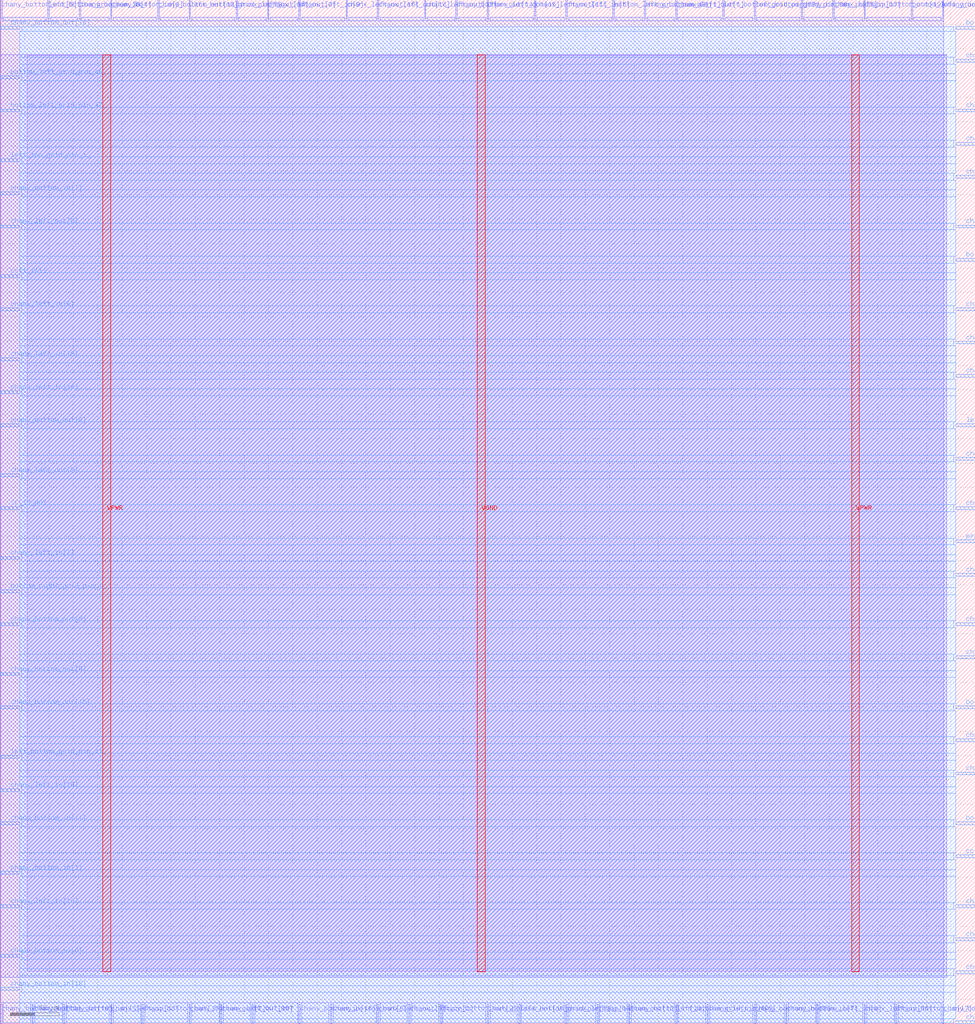
<source format=lef>
VERSION 5.7 ;
  NOWIREEXTENSIONATPIN ON ;
  DIVIDERCHAR "/" ;
  BUSBITCHARS "[]" ;
MACRO sb_2__2_
  CLASS BLOCK ;
  FOREIGN sb_2__2_ ;
  ORIGIN 0.000 0.000 ;
  SIZE 200.000 BY 210.000 ;
  PIN SC_IN_BOT
    DIRECTION INPUT ;
    USE SIGNAL ;
    PORT
      LAYER met3 ;
        RECT 0.000 105.440 4.000 106.040 ;
    END
  END SC_IN_BOT
  PIN SC_OUT_BOT
    DIRECTION OUTPUT TRISTATE ;
    USE SIGNAL ;
    PORT
      LAYER met2 ;
        RECT 51.610 0.000 51.890 4.000 ;
    END
  END SC_OUT_BOT
  PIN VGND
    DIRECTION INOUT ;
    USE GROUND ;
    PORT
      LAYER met4 ;
        RECT 97.840 10.640 99.440 198.800 ;
    END
  END VGND
  PIN VPWR
    DIRECTION INOUT ;
    USE POWER ;
    PORT
      LAYER met4 ;
        RECT 21.040 10.640 22.640 198.800 ;
    END
    PORT
      LAYER met4 ;
        RECT 174.640 10.640 176.240 198.800 ;
    END
  END VPWR
  PIN bottom_left_grid_pin_42_
    DIRECTION INPUT ;
    USE SIGNAL ;
    PORT
      LAYER met3 ;
        RECT 196.000 156.440 200.000 157.040 ;
    END
  END bottom_left_grid_pin_42_
  PIN bottom_left_grid_pin_43_
    DIRECTION INPUT ;
    USE SIGNAL ;
    PORT
      LAYER met3 ;
        RECT 196.000 40.840 200.000 41.440 ;
    END
  END bottom_left_grid_pin_43_
  PIN bottom_left_grid_pin_44_
    DIRECTION INPUT ;
    USE SIGNAL ;
    PORT
      LAYER met3 ;
        RECT 196.000 204.040 200.000 204.640 ;
    END
  END bottom_left_grid_pin_44_
  PIN bottom_left_grid_pin_45_
    DIRECTION INPUT ;
    USE SIGNAL ;
    PORT
      LAYER met3 ;
        RECT 196.000 64.640 200.000 65.240 ;
    END
  END bottom_left_grid_pin_45_
  PIN bottom_left_grid_pin_46_
    DIRECTION INPUT ;
    USE SIGNAL ;
    PORT
      LAYER met3 ;
        RECT 0.000 193.840 4.000 194.440 ;
    END
  END bottom_left_grid_pin_46_
  PIN bottom_left_grid_pin_47_
    DIRECTION INPUT ;
    USE SIGNAL ;
    PORT
      LAYER met3 ;
        RECT 0.000 187.040 4.000 187.640 ;
    END
  END bottom_left_grid_pin_47_
  PIN bottom_left_grid_pin_48_
    DIRECTION INPUT ;
    USE SIGNAL ;
    PORT
      LAYER met2 ;
        RECT 125.670 206.000 125.950 210.000 ;
    END
  END bottom_left_grid_pin_48_
  PIN bottom_left_grid_pin_49_
    DIRECTION INPUT ;
    USE SIGNAL ;
    PORT
      LAYER met2 ;
        RECT 186.850 206.000 187.130 210.000 ;
    END
  END bottom_left_grid_pin_49_
  PIN bottom_right_grid_pin_1_
    DIRECTION INPUT ;
    USE SIGNAL ;
    PORT
      LAYER met3 ;
        RECT 0.000 88.440 4.000 89.040 ;
    END
  END bottom_right_grid_pin_1_
  PIN ccff_head
    DIRECTION INPUT ;
    USE SIGNAL ;
    PORT
      LAYER met3 ;
        RECT 196.000 34.040 200.000 34.640 ;
    END
  END ccff_head
  PIN ccff_tail
    DIRECTION OUTPUT TRISTATE ;
    USE SIGNAL ;
    PORT
      LAYER met3 ;
        RECT 0.000 153.040 4.000 153.640 ;
    END
  END ccff_tail
  PIN chanx_left_in[0]
    DIRECTION INPUT ;
    USE SIGNAL ;
    PORT
      LAYER met2 ;
        RECT 167.530 0.000 167.810 4.000 ;
    END
  END chanx_left_in[0]
  PIN chanx_left_in[10]
    DIRECTION INPUT ;
    USE SIGNAL ;
    PORT
      LAYER met3 ;
        RECT 0.000 23.840 4.000 24.440 ;
    END
  END chanx_left_in[10]
  PIN chanx_left_in[11]
    DIRECTION INPUT ;
    USE SIGNAL ;
    PORT
      LAYER met3 ;
        RECT 196.000 180.240 200.000 180.840 ;
    END
  END chanx_left_in[11]
  PIN chanx_left_in[12]
    DIRECTION INPUT ;
    USE SIGNAL ;
    PORT
      LAYER met2 ;
        RECT 116.010 0.000 116.290 4.000 ;
    END
  END chanx_left_in[12]
  PIN chanx_left_in[13]
    DIRECTION INPUT ;
    USE SIGNAL ;
    PORT
      LAYER met2 ;
        RECT 22.630 0.000 22.910 4.000 ;
    END
  END chanx_left_in[13]
  PIN chanx_left_in[14]
    DIRECTION INPUT ;
    USE SIGNAL ;
    PORT
      LAYER met3 ;
        RECT 0.000 129.240 4.000 129.840 ;
    END
  END chanx_left_in[14]
  PIN chanx_left_in[15]
    DIRECTION INPUT ;
    USE SIGNAL ;
    PORT
      LAYER met2 ;
        RECT 177.190 0.000 177.470 4.000 ;
    END
  END chanx_left_in[15]
  PIN chanx_left_in[16]
    DIRECTION INPUT ;
    USE SIGNAL ;
    PORT
      LAYER met3 ;
        RECT 196.000 197.240 200.000 197.840 ;
    END
  END chanx_left_in[16]
  PIN chanx_left_in[17]
    DIRECTION INPUT ;
    USE SIGNAL ;
    PORT
      LAYER met2 ;
        RECT 170.750 206.000 171.030 210.000 ;
    END
  END chanx_left_in[17]
  PIN chanx_left_in[18]
    DIRECTION INPUT ;
    USE SIGNAL ;
    PORT
      LAYER met3 ;
        RECT 0.000 136.040 4.000 136.640 ;
    END
  END chanx_left_in[18]
  PIN chanx_left_in[19]
    DIRECTION INPUT ;
    USE SIGNAL ;
    PORT
      LAYER met3 ;
        RECT 0.000 47.640 4.000 48.240 ;
    END
  END chanx_left_in[19]
  PIN chanx_left_in[1]
    DIRECTION INPUT ;
    USE SIGNAL ;
    PORT
      LAYER met2 ;
        RECT 83.810 0.000 84.090 4.000 ;
    END
  END chanx_left_in[1]
  PIN chanx_left_in[2]
    DIRECTION INPUT ;
    USE SIGNAL ;
    PORT
      LAYER met3 ;
        RECT 196.000 163.240 200.000 163.840 ;
    END
  END chanx_left_in[2]
  PIN chanx_left_in[3]
    DIRECTION INPUT ;
    USE SIGNAL ;
    PORT
      LAYER met3 ;
        RECT 196.000 105.440 200.000 106.040 ;
    END
  END chanx_left_in[3]
  PIN chanx_left_in[4]
    DIRECTION INPUT ;
    USE SIGNAL ;
    PORT
      LAYER met3 ;
        RECT 196.000 115.640 200.000 116.240 ;
    END
  END chanx_left_in[4]
  PIN chanx_left_in[5]
    DIRECTION INPUT ;
    USE SIGNAL ;
    PORT
      LAYER met2 ;
        RECT 116.010 206.000 116.290 210.000 ;
    END
  END chanx_left_in[5]
  PIN chanx_left_in[6]
    DIRECTION INPUT ;
    USE SIGNAL ;
    PORT
      LAYER met3 ;
        RECT 196.000 139.440 200.000 140.040 ;
    END
  END chanx_left_in[6]
  PIN chanx_left_in[7]
    DIRECTION INPUT ;
    USE SIGNAL ;
    PORT
      LAYER met3 ;
        RECT 0.000 95.240 4.000 95.840 ;
    END
  END chanx_left_in[7]
  PIN chanx_left_in[8]
    DIRECTION INPUT ;
    USE SIGNAL ;
    PORT
      LAYER met3 ;
        RECT 0.000 146.240 4.000 146.840 ;
    END
  END chanx_left_in[8]
  PIN chanx_left_in[9]
    DIRECTION INPUT ;
    USE SIGNAL ;
    PORT
      LAYER met2 ;
        RECT 61.270 206.000 61.550 210.000 ;
    END
  END chanx_left_in[9]
  PIN chanx_left_out[0]
    DIRECTION OUTPUT TRISTATE ;
    USE SIGNAL ;
    PORT
      LAYER met3 ;
        RECT 196.000 187.040 200.000 187.640 ;
    END
  END chanx_left_out[0]
  PIN chanx_left_out[10]
    DIRECTION OUTPUT TRISTATE ;
    USE SIGNAL ;
    PORT
      LAYER met2 ;
        RECT 70.930 206.000 71.210 210.000 ;
    END
  END chanx_left_out[10]
  PIN chanx_left_out[11]
    DIRECTION OUTPUT TRISTATE ;
    USE SIGNAL ;
    PORT
      LAYER met2 ;
        RECT 109.570 206.000 109.850 210.000 ;
    END
  END chanx_left_out[11]
  PIN chanx_left_out[12]
    DIRECTION OUTPUT TRISTATE ;
    USE SIGNAL ;
    PORT
      LAYER met3 ;
        RECT 196.000 74.840 200.000 75.440 ;
    END
  END chanx_left_out[12]
  PIN chanx_left_out[13]
    DIRECTION OUTPUT TRISTATE ;
    USE SIGNAL ;
    PORT
      LAYER met2 ;
        RECT 77.370 206.000 77.650 210.000 ;
    END
  END chanx_left_out[13]
  PIN chanx_left_out[14]
    DIRECTION OUTPUT TRISTATE ;
    USE SIGNAL ;
    PORT
      LAYER met2 ;
        RECT 48.390 206.000 48.670 210.000 ;
    END
  END chanx_left_out[14]
  PIN chanx_left_out[15]
    DIRECTION OUTPUT TRISTATE ;
    USE SIGNAL ;
    PORT
      LAYER met2 ;
        RECT 99.910 206.000 100.190 210.000 ;
    END
  END chanx_left_out[15]
  PIN chanx_left_out[16]
    DIRECTION OUTPUT TRISTATE ;
    USE SIGNAL ;
    PORT
      LAYER met2 ;
        RECT 45.170 0.000 45.450 4.000 ;
    END
  END chanx_left_out[16]
  PIN chanx_left_out[17]
    DIRECTION OUTPUT TRISTATE ;
    USE SIGNAL ;
    PORT
      LAYER met2 ;
        RECT 87.030 206.000 87.310 210.000 ;
    END
  END chanx_left_out[17]
  PIN chanx_left_out[18]
    DIRECTION OUTPUT TRISTATE ;
    USE SIGNAL ;
    PORT
      LAYER met3 ;
        RECT 196.000 0.040 200.000 0.640 ;
    END
  END chanx_left_out[18]
  PIN chanx_left_out[19]
    DIRECTION OUTPUT TRISTATE ;
    USE SIGNAL ;
    PORT
      LAYER met3 ;
        RECT 196.000 91.840 200.000 92.440 ;
    END
  END chanx_left_out[19]
  PIN chanx_left_out[1]
    DIRECTION OUTPUT TRISTATE ;
    USE SIGNAL ;
    PORT
      LAYER met2 ;
        RECT 138.550 206.000 138.830 210.000 ;
    END
  END chanx_left_out[1]
  PIN chanx_left_out[2]
    DIRECTION OUTPUT TRISTATE ;
    USE SIGNAL ;
    PORT
      LAYER met2 ;
        RECT 54.830 206.000 55.110 210.000 ;
    END
  END chanx_left_out[2]
  PIN chanx_left_out[3]
    DIRECTION OUTPUT TRISTATE ;
    USE SIGNAL ;
    PORT
      LAYER met3 ;
        RECT 196.000 10.240 200.000 10.840 ;
    END
  END chanx_left_out[3]
  PIN chanx_left_out[4]
    DIRECTION OUTPUT TRISTATE ;
    USE SIGNAL ;
    PORT
      LAYER met3 ;
        RECT 196.000 173.440 200.000 174.040 ;
    END
  END chanx_left_out[4]
  PIN chanx_left_out[5]
    DIRECTION OUTPUT TRISTATE ;
    USE SIGNAL ;
    PORT
      LAYER met3 ;
        RECT 0.000 163.240 4.000 163.840 ;
    END
  END chanx_left_out[5]
  PIN chanx_left_out[6]
    DIRECTION OUTPUT TRISTATE ;
    USE SIGNAL ;
    PORT
      LAYER met2 ;
        RECT 144.990 0.000 145.270 4.000 ;
    END
  END chanx_left_out[6]
  PIN chanx_left_out[7]
    DIRECTION OUTPUT TRISTATE ;
    USE SIGNAL ;
    PORT
      LAYER met2 ;
        RECT 77.370 0.000 77.650 4.000 ;
    END
  END chanx_left_out[7]
  PIN chanx_left_out[8]
    DIRECTION OUTPUT TRISTATE ;
    USE SIGNAL ;
    PORT
      LAYER met3 ;
        RECT 196.000 51.040 200.000 51.640 ;
    END
  END chanx_left_out[8]
  PIN chanx_left_out[9]
    DIRECTION OUTPUT TRISTATE ;
    USE SIGNAL ;
    PORT
      LAYER met3 ;
        RECT 0.000 112.240 4.000 112.840 ;
    END
  END chanx_left_out[9]
  PIN chany_bottom_in[0]
    DIRECTION INPUT ;
    USE SIGNAL ;
    PORT
      LAYER met3 ;
        RECT 0.000 13.640 4.000 14.240 ;
    END
  END chany_bottom_in[0]
  PIN chany_bottom_in[10]
    DIRECTION INPUT ;
    USE SIGNAL ;
    PORT
      LAYER met2 ;
        RECT 193.290 0.000 193.570 4.000 ;
    END
  END chany_bottom_in[10]
  PIN chany_bottom_in[11]
    DIRECTION INPUT ;
    USE SIGNAL ;
    PORT
      LAYER met3 ;
        RECT 0.000 40.840 4.000 41.440 ;
    END
  END chany_bottom_in[11]
  PIN chany_bottom_in[12]
    DIRECTION INPUT ;
    USE SIGNAL ;
    PORT
      LAYER met2 ;
        RECT 154.650 0.000 154.930 4.000 ;
    END
  END chany_bottom_in[12]
  PIN chany_bottom_in[13]
    DIRECTION INPUT ;
    USE SIGNAL ;
    PORT
      LAYER met2 ;
        RECT 164.310 206.000 164.590 210.000 ;
    END
  END chany_bottom_in[13]
  PIN chany_bottom_in[14]
    DIRECTION INPUT ;
    USE SIGNAL ;
    PORT
      LAYER met2 ;
        RECT 128.890 0.000 129.170 4.000 ;
    END
  END chany_bottom_in[14]
  PIN chany_bottom_in[15]
    DIRECTION INPUT ;
    USE SIGNAL ;
    PORT
      LAYER met2 ;
        RECT 12.970 0.000 13.250 4.000 ;
    END
  END chany_bottom_in[15]
  PIN chany_bottom_in[16]
    DIRECTION INPUT ;
    USE SIGNAL ;
    PORT
      LAYER met2 ;
        RECT 61.270 0.000 61.550 4.000 ;
    END
  END chany_bottom_in[16]
  PIN chany_bottom_in[17]
    DIRECTION INPUT ;
    USE SIGNAL ;
    PORT
      LAYER met2 ;
        RECT 183.630 0.000 183.910 4.000 ;
    END
  END chany_bottom_in[17]
  PIN chany_bottom_in[18]
    DIRECTION INPUT ;
    USE SIGNAL ;
    PORT
      LAYER met3 ;
        RECT 0.000 6.840 4.000 7.440 ;
    END
  END chany_bottom_in[18]
  PIN chany_bottom_in[19]
    DIRECTION INPUT ;
    USE SIGNAL ;
    PORT
      LAYER met3 ;
        RECT 196.000 57.840 200.000 58.440 ;
    END
  END chany_bottom_in[19]
  PIN chany_bottom_in[1]
    DIRECTION INPUT ;
    USE SIGNAL ;
    PORT
      LAYER met3 ;
        RECT 0.000 30.640 4.000 31.240 ;
    END
  END chany_bottom_in[1]
  PIN chany_bottom_in[2]
    DIRECTION INPUT ;
    USE SIGNAL ;
    PORT
      LAYER met3 ;
        RECT 0.000 170.040 4.000 170.640 ;
    END
  END chany_bottom_in[2]
  PIN chany_bottom_in[3]
    DIRECTION INPUT ;
    USE SIGNAL ;
    PORT
      LAYER met3 ;
        RECT 196.000 17.040 200.000 17.640 ;
    END
  END chany_bottom_in[3]
  PIN chany_bottom_in[4]
    DIRECTION INPUT ;
    USE SIGNAL ;
    PORT
      LAYER met2 ;
        RECT 16.190 206.000 16.470 210.000 ;
    END
  END chany_bottom_in[4]
  PIN chany_bottom_in[5]
    DIRECTION INPUT ;
    USE SIGNAL ;
    PORT
      LAYER met3 ;
        RECT 196.000 81.640 200.000 82.240 ;
    END
  END chany_bottom_in[5]
  PIN chany_bottom_in[6]
    DIRECTION INPUT ;
    USE SIGNAL ;
    PORT
      LAYER met3 ;
        RECT 196.000 132.640 200.000 133.240 ;
    END
  END chany_bottom_in[6]
  PIN chany_bottom_in[7]
    DIRECTION INPUT ;
    USE SIGNAL ;
    PORT
      LAYER met2 ;
        RECT 161.090 0.000 161.370 4.000 ;
    END
  END chany_bottom_in[7]
  PIN chany_bottom_in[8]
    DIRECTION INPUT ;
    USE SIGNAL ;
    PORT
      LAYER met3 ;
        RECT 196.000 146.240 200.000 146.840 ;
    END
  END chany_bottom_in[8]
  PIN chany_bottom_in[9]
    DIRECTION INPUT ;
    USE SIGNAL ;
    PORT
      LAYER met2 ;
        RECT 22.630 206.000 22.910 210.000 ;
    END
  END chany_bottom_in[9]
  PIN chany_bottom_out[0]
    DIRECTION OUTPUT TRISTATE ;
    USE SIGNAL ;
    PORT
      LAYER met3 ;
        RECT 0.000 122.440 4.000 123.040 ;
    END
  END chany_bottom_out[0]
  PIN chany_bottom_out[10]
    DIRECTION OUTPUT TRISTATE ;
    USE SIGNAL ;
    PORT
      LAYER met2 ;
        RECT 99.910 0.000 100.190 4.000 ;
    END
  END chany_bottom_out[10]
  PIN chany_bottom_out[11]
    DIRECTION OUTPUT TRISTATE ;
    USE SIGNAL ;
    PORT
      LAYER met2 ;
        RECT 0.090 0.000 0.370 4.000 ;
    END
  END chany_bottom_out[11]
  PIN chany_bottom_out[12]
    DIRECTION OUTPUT TRISTATE ;
    USE SIGNAL ;
    PORT
      LAYER met2 ;
        RECT 122.450 0.000 122.730 4.000 ;
    END
  END chany_bottom_out[12]
  PIN chany_bottom_out[13]
    DIRECTION OUTPUT TRISTATE ;
    USE SIGNAL ;
    PORT
      LAYER met2 ;
        RECT 32.290 206.000 32.570 210.000 ;
    END
  END chany_bottom_out[13]
  PIN chany_bottom_out[14]
    DIRECTION OUTPUT TRISTATE ;
    USE SIGNAL ;
    PORT
      LAYER met2 ;
        RECT 93.470 206.000 93.750 210.000 ;
    END
  END chany_bottom_out[14]
  PIN chany_bottom_out[15]
    DIRECTION OUTPUT TRISTATE ;
    USE SIGNAL ;
    PORT
      LAYER met3 ;
        RECT 0.000 64.640 4.000 65.240 ;
    END
  END chany_bottom_out[15]
  PIN chany_bottom_out[16]
    DIRECTION OUTPUT TRISTATE ;
    USE SIGNAL ;
    PORT
      LAYER met3 ;
        RECT 0.000 204.040 4.000 204.640 ;
    END
  END chany_bottom_out[16]
  PIN chany_bottom_out[17]
    DIRECTION OUTPUT TRISTATE ;
    USE SIGNAL ;
    PORT
      LAYER met2 ;
        RECT 29.070 0.000 29.350 4.000 ;
    END
  END chany_bottom_out[17]
  PIN chany_bottom_out[18]
    DIRECTION OUTPUT TRISTATE ;
    USE SIGNAL ;
    PORT
      LAYER met2 ;
        RECT 6.530 0.000 6.810 4.000 ;
    END
  END chany_bottom_out[18]
  PIN chany_bottom_out[19]
    DIRECTION OUTPUT TRISTATE ;
    USE SIGNAL ;
    PORT
      LAYER met2 ;
        RECT 177.190 206.000 177.470 210.000 ;
    END
  END chany_bottom_out[19]
  PIN chany_bottom_out[1]
    DIRECTION OUTPUT TRISTATE ;
    USE SIGNAL ;
    PORT
      LAYER met2 ;
        RECT 132.110 206.000 132.390 210.000 ;
    END
  END chany_bottom_out[1]
  PIN chany_bottom_out[2]
    DIRECTION OUTPUT TRISTATE ;
    USE SIGNAL ;
    PORT
      LAYER met2 ;
        RECT 90.250 0.000 90.530 4.000 ;
    END
  END chany_bottom_out[2]
  PIN chany_bottom_out[3]
    DIRECTION OUTPUT TRISTATE ;
    USE SIGNAL ;
    PORT
      LAYER met2 ;
        RECT 193.290 206.000 193.570 210.000 ;
    END
  END chany_bottom_out[3]
  PIN chany_bottom_out[4]
    DIRECTION OUTPUT TRISTATE ;
    USE SIGNAL ;
    PORT
      LAYER met3 ;
        RECT 196.000 23.840 200.000 24.440 ;
    END
  END chany_bottom_out[4]
  PIN chany_bottom_out[5]
    DIRECTION OUTPUT TRISTATE ;
    USE SIGNAL ;
    PORT
      LAYER met2 ;
        RECT 0.090 206.000 0.370 210.000 ;
    END
  END chany_bottom_out[5]
  PIN chany_bottom_out[6]
    DIRECTION OUTPUT TRISTATE ;
    USE SIGNAL ;
    PORT
      LAYER met3 ;
        RECT 0.000 81.640 4.000 82.240 ;
    END
  END chany_bottom_out[6]
  PIN chany_bottom_out[7]
    DIRECTION OUTPUT TRISTATE ;
    USE SIGNAL ;
    PORT
      LAYER met2 ;
        RECT 38.730 0.000 39.010 4.000 ;
    END
  END chany_bottom_out[7]
  PIN chany_bottom_out[8]
    DIRECTION OUTPUT TRISTATE ;
    USE SIGNAL ;
    PORT
      LAYER met2 ;
        RECT 67.710 0.000 67.990 4.000 ;
    END
  END chany_bottom_out[8]
  PIN chany_bottom_out[9]
    DIRECTION OUTPUT TRISTATE ;
    USE SIGNAL ;
    PORT
      LAYER met3 ;
        RECT 0.000 71.440 4.000 72.040 ;
    END
  END chany_bottom_out[9]
  PIN left_bottom_grid_pin_34_
    DIRECTION INPUT ;
    USE SIGNAL ;
    PORT
      LAYER met3 ;
        RECT 196.000 122.440 200.000 123.040 ;
    END
  END left_bottom_grid_pin_34_
  PIN left_bottom_grid_pin_35_
    DIRECTION INPUT ;
    USE SIGNAL ;
    PORT
      LAYER met2 ;
        RECT 106.350 0.000 106.630 4.000 ;
    END
  END left_bottom_grid_pin_35_
  PIN left_bottom_grid_pin_36_
    DIRECTION INPUT ;
    USE SIGNAL ;
    PORT
      LAYER met2 ;
        RECT 154.650 206.000 154.930 210.000 ;
    END
  END left_bottom_grid_pin_36_
  PIN left_bottom_grid_pin_37_
    DIRECTION INPUT ;
    USE SIGNAL ;
    PORT
      LAYER met2 ;
        RECT 148.210 206.000 148.490 210.000 ;
    END
  END left_bottom_grid_pin_37_
  PIN left_bottom_grid_pin_38_
    DIRECTION INPUT ;
    USE SIGNAL ;
    PORT
      LAYER met2 ;
        RECT 9.750 206.000 10.030 210.000 ;
    END
  END left_bottom_grid_pin_38_
  PIN left_bottom_grid_pin_39_
    DIRECTION INPUT ;
    USE SIGNAL ;
    PORT
      LAYER met2 ;
        RECT 38.730 206.000 39.010 210.000 ;
    END
  END left_bottom_grid_pin_39_
  PIN left_bottom_grid_pin_40_
    DIRECTION INPUT ;
    USE SIGNAL ;
    PORT
      LAYER met2 ;
        RECT 138.550 0.000 138.830 4.000 ;
    END
  END left_bottom_grid_pin_40_
  PIN left_bottom_grid_pin_41_
    DIRECTION INPUT ;
    USE SIGNAL ;
    PORT
      LAYER met3 ;
        RECT 0.000 54.440 4.000 55.040 ;
    END
  END left_bottom_grid_pin_41_
  PIN left_top_grid_pin_1_
    DIRECTION INPUT ;
    USE SIGNAL ;
    PORT
      LAYER met3 ;
        RECT 0.000 176.840 4.000 177.440 ;
    END
  END left_top_grid_pin_1_
  PIN prog_clk_0_S_in
    DIRECTION INPUT ;
    USE SIGNAL ;
    PORT
      LAYER met3 ;
        RECT 196.000 98.640 200.000 99.240 ;
    END
  END prog_clk_0_S_in
  OBS
      LAYER li1 ;
        RECT 5.520 10.795 194.120 198.645 ;
      LAYER met1 ;
        RECT 0.070 9.560 194.120 198.800 ;
      LAYER met2 ;
        RECT 0.650 205.720 9.470 206.450 ;
        RECT 10.310 205.720 15.910 206.450 ;
        RECT 16.750 205.720 22.350 206.450 ;
        RECT 23.190 205.720 32.010 206.450 ;
        RECT 32.850 205.720 38.450 206.450 ;
        RECT 39.290 205.720 48.110 206.450 ;
        RECT 48.950 205.720 54.550 206.450 ;
        RECT 55.390 205.720 60.990 206.450 ;
        RECT 61.830 205.720 70.650 206.450 ;
        RECT 71.490 205.720 77.090 206.450 ;
        RECT 77.930 205.720 86.750 206.450 ;
        RECT 87.590 205.720 93.190 206.450 ;
        RECT 94.030 205.720 99.630 206.450 ;
        RECT 100.470 205.720 109.290 206.450 ;
        RECT 110.130 205.720 115.730 206.450 ;
        RECT 116.570 205.720 125.390 206.450 ;
        RECT 126.230 205.720 131.830 206.450 ;
        RECT 132.670 205.720 138.270 206.450 ;
        RECT 139.110 205.720 147.930 206.450 ;
        RECT 148.770 205.720 154.370 206.450 ;
        RECT 155.210 205.720 164.030 206.450 ;
        RECT 164.870 205.720 170.470 206.450 ;
        RECT 171.310 205.720 176.910 206.450 ;
        RECT 177.750 205.720 186.570 206.450 ;
        RECT 187.410 205.720 193.010 206.450 ;
        RECT 0.100 4.280 193.560 205.720 ;
        RECT 0.650 0.155 6.250 4.280 ;
        RECT 7.090 0.155 12.690 4.280 ;
        RECT 13.530 0.155 22.350 4.280 ;
        RECT 23.190 0.155 28.790 4.280 ;
        RECT 29.630 0.155 38.450 4.280 ;
        RECT 39.290 0.155 44.890 4.280 ;
        RECT 45.730 0.155 51.330 4.280 ;
        RECT 52.170 0.155 60.990 4.280 ;
        RECT 61.830 0.155 67.430 4.280 ;
        RECT 68.270 0.155 77.090 4.280 ;
        RECT 77.930 0.155 83.530 4.280 ;
        RECT 84.370 0.155 89.970 4.280 ;
        RECT 90.810 0.155 99.630 4.280 ;
        RECT 100.470 0.155 106.070 4.280 ;
        RECT 106.910 0.155 115.730 4.280 ;
        RECT 116.570 0.155 122.170 4.280 ;
        RECT 123.010 0.155 128.610 4.280 ;
        RECT 129.450 0.155 138.270 4.280 ;
        RECT 139.110 0.155 144.710 4.280 ;
        RECT 145.550 0.155 154.370 4.280 ;
        RECT 155.210 0.155 160.810 4.280 ;
        RECT 161.650 0.155 167.250 4.280 ;
        RECT 168.090 0.155 176.910 4.280 ;
        RECT 177.750 0.155 183.350 4.280 ;
        RECT 184.190 0.155 193.010 4.280 ;
      LAYER met3 ;
        RECT 4.400 203.640 195.600 204.505 ;
        RECT 4.000 198.240 196.000 203.640 ;
        RECT 4.000 196.840 195.600 198.240 ;
        RECT 4.000 194.840 196.000 196.840 ;
        RECT 4.400 193.440 196.000 194.840 ;
        RECT 4.000 188.040 196.000 193.440 ;
        RECT 4.400 186.640 195.600 188.040 ;
        RECT 4.000 181.240 196.000 186.640 ;
        RECT 4.000 179.840 195.600 181.240 ;
        RECT 4.000 177.840 196.000 179.840 ;
        RECT 4.400 176.440 196.000 177.840 ;
        RECT 4.000 174.440 196.000 176.440 ;
        RECT 4.000 173.040 195.600 174.440 ;
        RECT 4.000 171.040 196.000 173.040 ;
        RECT 4.400 169.640 196.000 171.040 ;
        RECT 4.000 164.240 196.000 169.640 ;
        RECT 4.400 162.840 195.600 164.240 ;
        RECT 4.000 157.440 196.000 162.840 ;
        RECT 4.000 156.040 195.600 157.440 ;
        RECT 4.000 154.040 196.000 156.040 ;
        RECT 4.400 152.640 196.000 154.040 ;
        RECT 4.000 147.240 196.000 152.640 ;
        RECT 4.400 145.840 195.600 147.240 ;
        RECT 4.000 140.440 196.000 145.840 ;
        RECT 4.000 139.040 195.600 140.440 ;
        RECT 4.000 137.040 196.000 139.040 ;
        RECT 4.400 135.640 196.000 137.040 ;
        RECT 4.000 133.640 196.000 135.640 ;
        RECT 4.000 132.240 195.600 133.640 ;
        RECT 4.000 130.240 196.000 132.240 ;
        RECT 4.400 128.840 196.000 130.240 ;
        RECT 4.000 123.440 196.000 128.840 ;
        RECT 4.400 122.040 195.600 123.440 ;
        RECT 4.000 116.640 196.000 122.040 ;
        RECT 4.000 115.240 195.600 116.640 ;
        RECT 4.000 113.240 196.000 115.240 ;
        RECT 4.400 111.840 196.000 113.240 ;
        RECT 4.000 106.440 196.000 111.840 ;
        RECT 4.400 105.040 195.600 106.440 ;
        RECT 4.000 99.640 196.000 105.040 ;
        RECT 4.000 98.240 195.600 99.640 ;
        RECT 4.000 96.240 196.000 98.240 ;
        RECT 4.400 94.840 196.000 96.240 ;
        RECT 4.000 92.840 196.000 94.840 ;
        RECT 4.000 91.440 195.600 92.840 ;
        RECT 4.000 89.440 196.000 91.440 ;
        RECT 4.400 88.040 196.000 89.440 ;
        RECT 4.000 82.640 196.000 88.040 ;
        RECT 4.400 81.240 195.600 82.640 ;
        RECT 4.000 75.840 196.000 81.240 ;
        RECT 4.000 74.440 195.600 75.840 ;
        RECT 4.000 72.440 196.000 74.440 ;
        RECT 4.400 71.040 196.000 72.440 ;
        RECT 4.000 65.640 196.000 71.040 ;
        RECT 4.400 64.240 195.600 65.640 ;
        RECT 4.000 58.840 196.000 64.240 ;
        RECT 4.000 57.440 195.600 58.840 ;
        RECT 4.000 55.440 196.000 57.440 ;
        RECT 4.400 54.040 196.000 55.440 ;
        RECT 4.000 52.040 196.000 54.040 ;
        RECT 4.000 50.640 195.600 52.040 ;
        RECT 4.000 48.640 196.000 50.640 ;
        RECT 4.400 47.240 196.000 48.640 ;
        RECT 4.000 41.840 196.000 47.240 ;
        RECT 4.400 40.440 195.600 41.840 ;
        RECT 4.000 35.040 196.000 40.440 ;
        RECT 4.000 33.640 195.600 35.040 ;
        RECT 4.000 31.640 196.000 33.640 ;
        RECT 4.400 30.240 196.000 31.640 ;
        RECT 4.000 24.840 196.000 30.240 ;
        RECT 4.400 23.440 195.600 24.840 ;
        RECT 4.000 18.040 196.000 23.440 ;
        RECT 4.000 16.640 195.600 18.040 ;
        RECT 4.000 14.640 196.000 16.640 ;
        RECT 4.400 13.240 196.000 14.640 ;
        RECT 4.000 11.240 196.000 13.240 ;
        RECT 4.000 9.840 195.600 11.240 ;
        RECT 4.000 7.840 196.000 9.840 ;
        RECT 4.400 6.440 196.000 7.840 ;
        RECT 4.000 1.040 196.000 6.440 ;
        RECT 4.000 0.175 195.600 1.040 ;
  END
END sb_2__2_
END LIBRARY


</source>
